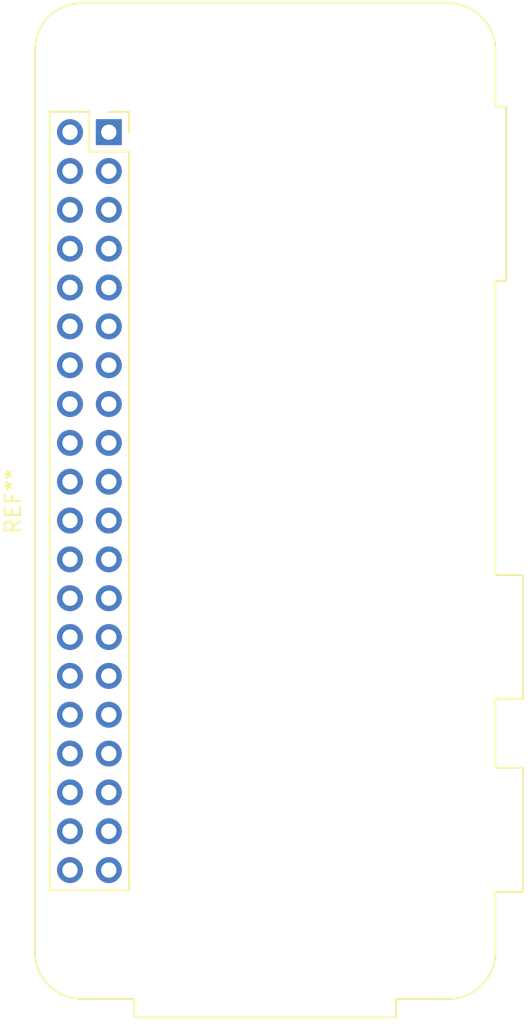
<source format=kicad_pcb>
(kicad_pcb (version 20171130) (host pcbnew 5.1.10)

  (general
    (thickness 1.6)
    (drawings 0)
    (tracks 0)
    (zones 0)
    (modules 1)
    (nets 1)
  )

  (page A4)
  (layers
    (0 F.Cu signal)
    (31 B.Cu signal)
    (32 B.Adhes user)
    (33 F.Adhes user)
    (34 B.Paste user)
    (35 F.Paste user)
    (36 B.SilkS user)
    (37 F.SilkS user)
    (38 B.Mask user)
    (39 F.Mask user)
    (40 Dwgs.User user)
    (41 Cmts.User user)
    (42 Eco1.User user)
    (43 Eco2.User user)
    (44 Edge.Cuts user)
    (45 Margin user)
    (46 B.CrtYd user)
    (47 F.CrtYd user)
    (48 B.Fab user)
    (49 F.Fab user)
  )

  (setup
    (last_trace_width 0.25)
    (trace_clearance 0.2)
    (zone_clearance 0.508)
    (zone_45_only no)
    (trace_min 0.2)
    (via_size 0.8)
    (via_drill 0.4)
    (via_min_size 0.4)
    (via_min_drill 0.3)
    (uvia_size 0.3)
    (uvia_drill 0.1)
    (uvias_allowed no)
    (uvia_min_size 0.2)
    (uvia_min_drill 0.1)
    (edge_width 0.05)
    (segment_width 0.2)
    (pcb_text_width 0.3)
    (pcb_text_size 1.5 1.5)
    (mod_edge_width 0.12)
    (mod_text_size 1 1)
    (mod_text_width 0.15)
    (pad_size 1.524 1.524)
    (pad_drill 0.762)
    (pad_to_mask_clearance 0)
    (aux_axis_origin 0 0)
    (visible_elements FFFFFF7F)
    (pcbplotparams
      (layerselection 0x010fc_ffffffff)
      (usegerberextensions false)
      (usegerberattributes true)
      (usegerberadvancedattributes true)
      (creategerberjobfile true)
      (excludeedgelayer true)
      (linewidth 0.100000)
      (plotframeref false)
      (viasonmask false)
      (mode 1)
      (useauxorigin false)
      (hpglpennumber 1)
      (hpglpenspeed 20)
      (hpglpendiameter 15.000000)
      (psnegative false)
      (psa4output false)
      (plotreference true)
      (plotvalue true)
      (plotinvisibletext false)
      (padsonsilk false)
      (subtractmaskfromsilk false)
      (outputformat 1)
      (mirror false)
      (drillshape 1)
      (scaleselection 1)
      (outputdirectory ""))
  )

  (net 0 "")

  (net_class Default "This is the default net class."
    (clearance 0.2)
    (trace_width 0.25)
    (via_dia 0.8)
    (via_drill 0.4)
    (uvia_dia 0.3)
    (uvia_drill 0.1)
  )

  (module Module:Raspberry_Pi_Zero_Socketed_THT_FaceDown_MountingHoles (layer F.Cu) (tedit 5C6350CC) (tstamp 60AC4BD1)
    (at 67.31 58.42)
    (descr "Raspberry Pi Zero using through hole straight pin socket, 2x20, 2.54mm pitch, https://www.raspberrypi.org/documentation/hardware/raspberrypi/mechanical/rpi_MECH_Zero_1p2.pdf")
    (tags "raspberry pi zero through hole")
    (fp_text reference REF** (at -6.27 24.13 90) (layer F.SilkS)
      (effects (font (size 1 1) (thickness 0.15)))
    )
    (fp_text value Raspberry_Pi_Zero_Socketed_THT_FaceDown_MountingHoles (at 10.23 24.13 270) (layer F.Fab)
      (effects (font (size 1 1) (thickness 0.15)))
    )
    (fp_text user %R (at -1.27 24.13 90) (layer F.Fab)
      (effects (font (size 1 1) (thickness 0.15)))
    )
    (fp_arc (start -1.77 53.63) (end -1.77 56.63) (angle 90) (layer F.Fab) (width 0.1))
    (fp_arc (start -1.77 -5.37) (end -4.77 -5.37) (angle 90) (layer F.Fab) (width 0.1))
    (fp_arc (start 22.23 -5.37) (end 22.23 -8.37) (angle 90) (layer F.Fab) (width 0.1))
    (fp_arc (start 22.23 53.63) (end 25.29 53.63) (angle 90) (layer F.SilkS) (width 0.12))
    (fp_arc (start -1.77 53.63) (end -1.77 56.69) (angle 90) (layer F.SilkS) (width 0.12))
    (fp_arc (start -1.77 -5.37) (end -4.83 -5.37) (angle 90) (layer F.SilkS) (width 0.12))
    (fp_arc (start 22.23 53.63) (end 25.23 53.63) (angle 90) (layer F.Fab) (width 0.1))
    (fp_arc (start 22.23 -5.37) (end 22.23 -8.43) (angle 90) (layer F.SilkS) (width 0.12))
    (fp_line (start 27.03 41.63) (end 25.23 41.63) (layer F.Fab) (width 0.1))
    (fp_line (start 27.03 49.63) (end 27.03 41.63) (layer F.Fab) (width 0.1))
    (fp_line (start 25.23 49.63) (end 27.03 49.63) (layer F.Fab) (width 0.1))
    (fp_line (start 25.23 -1.62) (end 25.23 -5.37) (layer F.Fab) (width 0.1))
    (fp_line (start 25.93 9.68) (end 25.93 -1.62) (layer F.Fab) (width 0.1))
    (fp_line (start 25.23 9.68) (end 25.93 9.68) (layer F.Fab) (width 0.1))
    (fp_line (start 25.23 -1.62) (end 25.93 -1.62) (layer F.Fab) (width 0.1))
    (fp_line (start 19.23 56.88) (end 25.48 56.88) (layer F.CrtYd) (width 0.05))
    (fp_line (start -5.02 56.88) (end 1.23 56.88) (layer F.CrtYd) (width 0.05))
    (fp_line (start 25.48 50.13) (end 25.48 56.88) (layer F.CrtYd) (width 0.05))
    (fp_line (start 25.48 37.53) (end 25.48 41.13) (layer F.CrtYd) (width 0.05))
    (fp_line (start 25.48 -2.12) (end 25.48 -8.62) (layer F.CrtYd) (width 0.05))
    (fp_line (start -5.02 -8.62) (end 25.48 -8.62) (layer F.CrtYd) (width 0.05))
    (fp_line (start 25.48 28.53) (end 25.48 10.18) (layer F.CrtYd) (width 0.05))
    (fp_line (start -5.02 56.88) (end -5.02 -8.62) (layer F.CrtYd) (width 0.05))
    (fp_line (start 19.23 58.33) (end 1.23 58.33) (layer F.CrtYd) (width 0.05))
    (fp_line (start 19.23 58.33) (end 19.23 56.88) (layer F.CrtYd) (width 0.05))
    (fp_line (start 1.23 58.33) (end 1.23 56.88) (layer F.CrtYd) (width 0.05))
    (fp_line (start 26.43 -2.12) (end 26.43 10.18) (layer F.CrtYd) (width 0.05))
    (fp_line (start 26.43 -2.12) (end 25.48 -2.12) (layer F.CrtYd) (width 0.05))
    (fp_line (start 26.43 10.18) (end 25.48 10.18) (layer F.CrtYd) (width 0.05))
    (fp_line (start 27.53 28.53) (end 25.48 28.53) (layer F.CrtYd) (width 0.05))
    (fp_line (start 27.53 37.53) (end 27.53 28.53) (layer F.CrtYd) (width 0.05))
    (fp_line (start 27.53 37.53) (end 25.48 37.53) (layer F.CrtYd) (width 0.05))
    (fp_line (start 27.53 50.13) (end 27.53 41.13) (layer F.CrtYd) (width 0.05))
    (fp_line (start 27.53 41.13) (end 25.48 41.13) (layer F.CrtYd) (width 0.05))
    (fp_line (start 27.53 50.13) (end 25.48 50.13) (layer F.CrtYd) (width 0.05))
    (fp_line (start -4.83 53.63) (end -4.83 -5.37) (layer F.SilkS) (width 0.12))
    (fp_line (start -1.77 -8.43) (end 22.23 -8.43) (layer F.SilkS) (width 0.12))
    (fp_line (start 25.29 53.63) (end 25.29 49.69) (layer F.SilkS) (width 0.12))
    (fp_line (start 18.79 56.69) (end 22.23 56.69) (layer F.SilkS) (width 0.12))
    (fp_line (start 1.27 -0.27) (end 1.27 49.53) (layer F.Fab) (width 0.1))
    (fp_line (start -3.81 -1.27) (end 0.27 -1.27) (layer F.Fab) (width 0.1))
    (fp_line (start 0.27 -1.27) (end 1.27 -0.27) (layer F.Fab) (width 0.1))
    (fp_line (start -3.87 49.59) (end 1.33 49.59) (layer F.SilkS) (width 0.12))
    (fp_line (start 1.33 1.27) (end 1.33 49.59) (layer F.SilkS) (width 0.12))
    (fp_line (start 1.33 -1.33) (end 1.33 0) (layer F.SilkS) (width 0.12))
    (fp_line (start 0 -1.33) (end 1.33 -1.33) (layer F.SilkS) (width 0.12))
    (fp_line (start -1.27 1.27) (end 1.33 1.27) (layer F.SilkS) (width 0.12))
    (fp_line (start -1.27 -1.33) (end -1.27 1.27) (layer F.SilkS) (width 0.12))
    (fp_line (start 1.76 50) (end -4.34 50) (layer F.CrtYd) (width 0.05))
    (fp_line (start -4.34 50) (end -4.34 -1.8) (layer F.CrtYd) (width 0.05))
    (fp_line (start -4.34 -1.8) (end 1.76 -1.8) (layer F.CrtYd) (width 0.05))
    (fp_line (start 1.76 -1.8) (end 1.76 50) (layer F.CrtYd) (width 0.05))
    (fp_line (start -3.87 -1.33) (end -1.27 -1.33) (layer F.SilkS) (width 0.12))
    (fp_line (start -3.87 -1.33) (end -3.87 49.59) (layer F.SilkS) (width 0.12))
    (fp_line (start 1.27 49.53) (end -3.81 49.53) (layer F.Fab) (width 0.1))
    (fp_line (start -3.81 49.53) (end -3.81 -1.27) (layer F.Fab) (width 0.1))
    (fp_line (start -1.77 56.63) (end 1.73 56.63) (layer F.Fab) (width 0.1))
    (fp_line (start -1.77 -8.37) (end 22.23 -8.37) (layer F.Fab) (width 0.1))
    (fp_line (start -4.77 53.63) (end -4.77 -5.37) (layer F.Fab) (width 0.1))
    (fp_line (start 27.03 29.03) (end 25.23 29.03) (layer F.Fab) (width 0.1))
    (fp_line (start 25.23 37.03) (end 27.03 37.03) (layer F.Fab) (width 0.1))
    (fp_line (start 27.03 37.03) (end 27.03 29.03) (layer F.Fab) (width 0.1))
    (fp_line (start 25.23 49.63) (end 25.23 53.63) (layer F.Fab) (width 0.1))
    (fp_line (start 25.23 41.63) (end 25.23 37.03) (layer F.Fab) (width 0.1))
    (fp_line (start 25.23 29.03) (end 25.23 9.68) (layer F.Fab) (width 0.1))
    (fp_line (start 1.73 56.63) (end 1.73 57.83) (layer F.Fab) (width 0.1))
    (fp_line (start 1.73 57.83) (end 18.73 57.83) (layer F.Fab) (width 0.1))
    (fp_line (start 18.73 56.63) (end 18.73 57.83) (layer F.Fab) (width 0.1))
    (fp_line (start 22.23 56.63) (end 18.73 56.63) (layer F.Fab) (width 0.1))
    (fp_line (start 1.67 56.69) (end 1.67 57.89) (layer F.SilkS) (width 0.12))
    (fp_line (start 1.67 57.89) (end 18.79 57.89) (layer F.SilkS) (width 0.12))
    (fp_line (start 18.79 57.89) (end 18.79 56.69) (layer F.SilkS) (width 0.12))
    (fp_line (start 1.67 56.69) (end -1.77 56.69) (layer F.SilkS) (width 0.12))
    (fp_line (start 25.29 49.69) (end 27.09 49.69) (layer F.SilkS) (width 0.12))
    (fp_line (start 27.09 49.69) (end 27.09 41.57) (layer F.SilkS) (width 0.12))
    (fp_line (start 27.09 41.57) (end 25.29 41.57) (layer F.SilkS) (width 0.12))
    (fp_line (start 25.29 37.09) (end 27.09 37.09) (layer F.SilkS) (width 0.12))
    (fp_line (start 27.09 28.97) (end 25.29 28.97) (layer F.SilkS) (width 0.12))
    (fp_line (start 27.09 37.09) (end 27.09 28.97) (layer F.SilkS) (width 0.12))
    (fp_line (start 25.29 41.57) (end 25.29 37.09) (layer F.SilkS) (width 0.12))
    (fp_line (start 25.29 28.97) (end 25.29 9.74) (layer F.SilkS) (width 0.12))
    (fp_line (start 25.29 9.74) (end 25.99 9.74) (layer F.SilkS) (width 0.12))
    (fp_line (start 25.99 9.74) (end 25.99 -1.68) (layer F.SilkS) (width 0.12))
    (fp_line (start 25.99 -1.68) (end 25.29 -1.68) (layer F.SilkS) (width 0.12))
    (fp_line (start 25.29 -1.68) (end 25.29 -5.37) (layer F.SilkS) (width 0.12))
    (pad "" np_thru_hole circle (at -1.27 53.13 90) (size 2.75 2.75) (drill 2.75) (layers *.Cu *.Mask)
      (solder_mask_margin 1.625))
    (pad "" np_thru_hole circle (at 21.73 -4.87 90) (size 2.75 2.75) (drill 2.75) (layers *.Cu *.Mask)
      (solder_mask_margin 1.625))
    (pad "" np_thru_hole circle (at 21.73 53.13 90) (size 2.75 2.75) (drill 2.75) (layers *.Cu *.Mask)
      (solder_mask_margin 1.625))
    (pad "" np_thru_hole circle (at -1.27 -4.87 90) (size 2.75 2.75) (drill 2.75) (layers *.Cu *.Mask)
      (solder_mask_margin 1.625))
    (pad 40 thru_hole oval (at -2.54 48.26) (size 1.7 1.7) (drill 1) (layers *.Cu *.Mask))
    (pad 39 thru_hole oval (at 0 48.26) (size 1.7 1.7) (drill 1) (layers *.Cu *.Mask))
    (pad 26 thru_hole oval (at -2.54 30.48) (size 1.7 1.7) (drill 1) (layers *.Cu *.Mask))
    (pad 25 thru_hole oval (at 0 30.48) (size 1.7 1.7) (drill 1) (layers *.Cu *.Mask))
    (pad 22 thru_hole oval (at -2.54 25.4) (size 1.7 1.7) (drill 1) (layers *.Cu *.Mask))
    (pad 21 thru_hole oval (at 0 25.4) (size 1.7 1.7) (drill 1) (layers *.Cu *.Mask))
    (pad 30 thru_hole oval (at -2.54 35.56) (size 1.7 1.7) (drill 1) (layers *.Cu *.Mask))
    (pad 29 thru_hole oval (at 0 35.56) (size 1.7 1.7) (drill 1) (layers *.Cu *.Mask))
    (pad 8 thru_hole oval (at -2.54 7.62) (size 1.7 1.7) (drill 1) (layers *.Cu *.Mask))
    (pad 7 thru_hole oval (at 0 7.62) (size 1.7 1.7) (drill 1) (layers *.Cu *.Mask))
    (pad 32 thru_hole oval (at -2.54 38.1) (size 1.7 1.7) (drill 1) (layers *.Cu *.Mask))
    (pad 31 thru_hole oval (at 0 38.1) (size 1.7 1.7) (drill 1) (layers *.Cu *.Mask))
    (pad 18 thru_hole oval (at -2.54 20.32) (size 1.7 1.7) (drill 1) (layers *.Cu *.Mask))
    (pad 17 thru_hole oval (at 0 20.32) (size 1.7 1.7) (drill 1) (layers *.Cu *.Mask))
    (pad 36 thru_hole oval (at -2.54 43.18) (size 1.7 1.7) (drill 1) (layers *.Cu *.Mask))
    (pad 35 thru_hole oval (at 0 43.18) (size 1.7 1.7) (drill 1) (layers *.Cu *.Mask))
    (pad 34 thru_hole oval (at -2.54 40.64) (size 1.7 1.7) (drill 1) (layers *.Cu *.Mask))
    (pad 33 thru_hole oval (at 0 40.64) (size 1.7 1.7) (drill 1) (layers *.Cu *.Mask))
    (pad 38 thru_hole oval (at -2.54 45.72) (size 1.7 1.7) (drill 1) (layers *.Cu *.Mask))
    (pad 37 thru_hole oval (at 0 45.72) (size 1.7 1.7) (drill 1) (layers *.Cu *.Mask))
    (pad 20 thru_hole oval (at -2.54 22.86) (size 1.7 1.7) (drill 1) (layers *.Cu *.Mask))
    (pad 19 thru_hole oval (at 0 22.86) (size 1.7 1.7) (drill 1) (layers *.Cu *.Mask))
    (pad 10 thru_hole oval (at -2.54 10.16) (size 1.7 1.7) (drill 1) (layers *.Cu *.Mask))
    (pad 9 thru_hole oval (at 0 10.16) (size 1.7 1.7) (drill 1) (layers *.Cu *.Mask))
    (pad 14 thru_hole oval (at -2.54 15.24) (size 1.7 1.7) (drill 1) (layers *.Cu *.Mask))
    (pad 13 thru_hole oval (at 0 15.24) (size 1.7 1.7) (drill 1) (layers *.Cu *.Mask))
    (pad 28 thru_hole oval (at -2.54 33.02) (size 1.7 1.7) (drill 1) (layers *.Cu *.Mask))
    (pad 27 thru_hole oval (at 0 33.02) (size 1.7 1.7) (drill 1) (layers *.Cu *.Mask))
    (pad 12 thru_hole oval (at -2.54 12.7) (size 1.7 1.7) (drill 1) (layers *.Cu *.Mask))
    (pad 11 thru_hole oval (at 0 12.7) (size 1.7 1.7) (drill 1) (layers *.Cu *.Mask))
    (pad 24 thru_hole oval (at -2.54 27.94) (size 1.7 1.7) (drill 1) (layers *.Cu *.Mask))
    (pad 23 thru_hole oval (at 0 27.94) (size 1.7 1.7) (drill 1) (layers *.Cu *.Mask))
    (pad 1 thru_hole rect (at 0 0) (size 1.7 1.7) (drill 1) (layers *.Cu *.Mask))
    (pad 2 thru_hole oval (at -2.54 0) (size 1.7 1.7) (drill 1) (layers *.Cu *.Mask))
    (pad 5 thru_hole oval (at 0 5.08) (size 1.7 1.7) (drill 1) (layers *.Cu *.Mask))
    (pad 4 thru_hole oval (at -2.54 2.54) (size 1.7 1.7) (drill 1) (layers *.Cu *.Mask))
    (pad 16 thru_hole oval (at -2.54 17.78) (size 1.7 1.7) (drill 1) (layers *.Cu *.Mask))
    (pad 15 thru_hole oval (at 0 17.78) (size 1.7 1.7) (drill 1) (layers *.Cu *.Mask))
    (pad 3 thru_hole oval (at 0 2.54) (size 1.7 1.7) (drill 1) (layers *.Cu *.Mask))
    (pad 6 thru_hole oval (at -2.54 5.08) (size 1.7 1.7) (drill 1) (layers *.Cu *.Mask))
    (model ${KISYS3DMOD}/Module.3dshapes/Raspberry_Pi_Zero_Socketed_THT_FaceDown_MountingHoles.wrl
      (at (xyz 0 0 0))
      (scale (xyz 1 1 1))
      (rotate (xyz 0 0 0))
    )
  )

)

</source>
